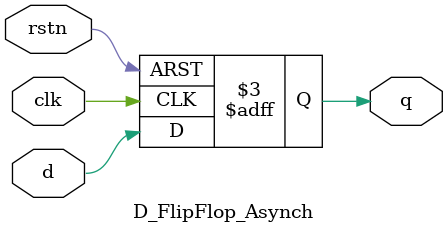
<source format=v>
`timescale 1ns / 1ps


module D_FlipFlop_Asynch(input d, rstn, clk, output reg q);
always @(posedge clk or negedge rstn)
    if (!rstn)
        q <=0;
    else
        q <= d;
endmodule

</source>
